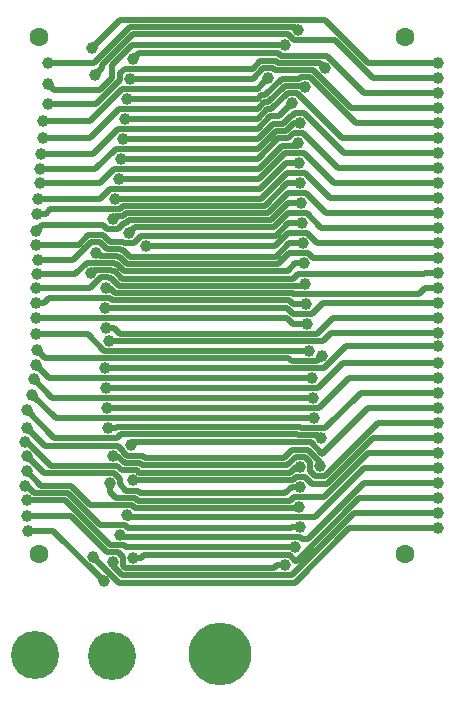
<source format=gbr>
G04 #@! TF.FileFunction,Copper,L2,Bot,Signal*
%FSLAX46Y46*%
G04 Gerber Fmt 4.6, Leading zero omitted, Abs format (unit mm)*
G04 Created by KiCad (PCBNEW 4.0.5) date 04/03/17 22:13:47*
%MOMM*%
%LPD*%
G01*
G04 APERTURE LIST*
%ADD10C,0.100000*%
%ADD11C,1.600000*%
%ADD12C,4.064000*%
%ADD13C,5.300000*%
%ADD14C,1.000000*%
%ADD15C,0.500000*%
G04 APERTURE END LIST*
D10*
D11*
X93250000Y-123180000D03*
X93250000Y-79390000D03*
X124250000Y-123180000D03*
X124250000Y-79390000D03*
D12*
X92900000Y-131750000D03*
X99400000Y-131800000D03*
D13*
X108600000Y-131650000D03*
D14*
X97700000Y-80350000D03*
X127000000Y-81600000D03*
X98000000Y-82600000D03*
X127000000Y-82870000D03*
X115147299Y-78781280D03*
X94000000Y-81600000D03*
X101209618Y-81238106D03*
X127000000Y-84140000D03*
X114078544Y-80130656D03*
X94000000Y-83400000D03*
X100947924Y-82938117D03*
X127000000Y-85410000D03*
X117452232Y-81997768D03*
X94000000Y-85100000D03*
X100692567Y-84638128D03*
X127000000Y-86680000D03*
X112642028Y-82919017D03*
X93600000Y-86500000D03*
X100503677Y-86338139D03*
X127000000Y-87950000D03*
X115804443Y-83658623D03*
X93600000Y-88000000D03*
X100349031Y-88038150D03*
X127000000Y-89220000D03*
X114701976Y-85016256D03*
X93400000Y-89300000D03*
X100171879Y-89738161D03*
X127000000Y-90490000D03*
X115322893Y-86689171D03*
X93300000Y-90600000D03*
X100049709Y-91438172D03*
X127000000Y-91760000D03*
X115212290Y-88389183D03*
X93300000Y-91800000D03*
X99709905Y-93138183D03*
X127000000Y-93030000D03*
X115298813Y-90089195D03*
X93200000Y-93100000D03*
X99533375Y-94838194D03*
X127000000Y-94300000D03*
X115368349Y-91789207D03*
X93100000Y-94400000D03*
X100858597Y-96002555D03*
X127000000Y-95570000D03*
X115477841Y-93489218D03*
X93000000Y-95800000D03*
X102276701Y-97149989D03*
X127000000Y-96840000D03*
X115515653Y-95189230D03*
X93000000Y-97000000D03*
X98047304Y-97659935D03*
X127000000Y-98110000D03*
X115568653Y-96889242D03*
X93200000Y-98300000D03*
X97695274Y-99359947D03*
X127000000Y-99380000D03*
X115653238Y-98589253D03*
X93100000Y-99500000D03*
X98890614Y-100641170D03*
X127000000Y-100650000D03*
X115770572Y-100289264D03*
X93000001Y-100699999D03*
X98800000Y-102341181D03*
X127000000Y-101920000D03*
X115874875Y-101989276D03*
X93000000Y-101900000D03*
X98891991Y-104041192D03*
X127000000Y-103190000D03*
X115948840Y-103689287D03*
X93000000Y-103200000D03*
X99139750Y-105112939D03*
X127000000Y-104449977D03*
X116098504Y-105989309D03*
X93000000Y-104600000D03*
X98800000Y-107412961D03*
X127000000Y-105549990D03*
X117176381Y-106430928D03*
X93100000Y-105900000D03*
X98900000Y-109112972D03*
X127000000Y-107000000D03*
X116381126Y-108289332D03*
X93000000Y-107200000D03*
X99000000Y-110812983D03*
X127000000Y-108270000D03*
X116453058Y-109989344D03*
X92800000Y-108400000D03*
X99100317Y-112512994D03*
X127000000Y-109540000D03*
X116519396Y-111689355D03*
X92700000Y-109700000D03*
X101022118Y-113931395D03*
X127000000Y-110810000D03*
X117089277Y-113375643D03*
X92200000Y-111000000D03*
X99534894Y-114901950D03*
X127000000Y-112080000D03*
X117048185Y-115745025D03*
X92200000Y-112500000D03*
X101170315Y-116960628D03*
X127000000Y-113350000D03*
X115345859Y-115789411D03*
X92100000Y-113700000D03*
X99230692Y-117201972D03*
X127000000Y-114620000D03*
X115386220Y-117489423D03*
X92200000Y-114900000D03*
X100701633Y-119860662D03*
X127000000Y-115890000D03*
X115274808Y-119189435D03*
X92200000Y-116200000D03*
X100128374Y-121544455D03*
X127000000Y-117160000D03*
X115391274Y-120889447D03*
X92100000Y-117400000D03*
X101196586Y-123499969D03*
X127000000Y-118430000D03*
X114948032Y-122588729D03*
X92200000Y-118600000D03*
X99496574Y-123844478D03*
X127000000Y-119700000D03*
X114074580Y-124149979D03*
X92200000Y-120000000D03*
X97850000Y-123400000D03*
X127000000Y-120970000D03*
X98723952Y-125476048D03*
X92300000Y-121200000D03*
D15*
X117454222Y-77931279D02*
X121122943Y-81600000D01*
X97700000Y-80350000D02*
X100099998Y-77950002D01*
X114720575Y-77950002D02*
X114739298Y-77931279D01*
X121122943Y-81600000D02*
X125950000Y-81600000D01*
X100099998Y-77950002D02*
X114720575Y-77950002D01*
X114739298Y-77931279D02*
X117454222Y-77931279D01*
X125950000Y-81600000D02*
X127000000Y-81600000D01*
X98600000Y-81797084D02*
X98600000Y-82000000D01*
X98600000Y-82000000D02*
X98000000Y-82600000D01*
X114313944Y-79150022D02*
X101247062Y-79150022D01*
X127000000Y-82870000D02*
X121544401Y-82870000D01*
X121544401Y-82870000D02*
X118324413Y-79650012D01*
X114813934Y-79650012D02*
X114313944Y-79150022D01*
X101247062Y-79150022D02*
X98600000Y-81797084D01*
X118324413Y-79650012D02*
X114813934Y-79650012D01*
X97948542Y-81600000D02*
X100998532Y-78550010D01*
X94000000Y-81600000D02*
X97948542Y-81600000D01*
X114916029Y-78550010D02*
X115147299Y-78781280D01*
X100998532Y-78550010D02*
X114916029Y-78550010D01*
X120805258Y-84140000D02*
X117673846Y-81008588D01*
X113729614Y-81008588D02*
X113459133Y-80738107D01*
X117673846Y-81008588D02*
X113729614Y-81008588D01*
X127000000Y-84140000D02*
X120805258Y-84140000D01*
X101709617Y-80738107D02*
X101209618Y-81238106D01*
X113459133Y-80738107D02*
X101709617Y-80738107D01*
X94499999Y-83899999D02*
X98440243Y-83899999D01*
X94000000Y-83400000D02*
X94499999Y-83899999D01*
X99455080Y-82885162D02*
X99455080Y-81790546D01*
X98440243Y-83899999D02*
X99455080Y-82885162D01*
X113371438Y-80130656D02*
X114078544Y-80130656D01*
X101114970Y-80130656D02*
X113371438Y-80130656D01*
X99455080Y-81790546D02*
X101114970Y-80130656D01*
X115124304Y-82232215D02*
X113213230Y-82232215D01*
X101655030Y-82938117D02*
X100947924Y-82938117D01*
X127000000Y-85410000D02*
X119662367Y-85410000D01*
X113050030Y-82069015D02*
X112234026Y-82069015D01*
X112234026Y-82069015D02*
X111364924Y-82938117D01*
X119662367Y-85410000D02*
X116460977Y-82208610D01*
X111364924Y-82938117D02*
X101655030Y-82938117D01*
X115147909Y-82208610D02*
X115124304Y-82232215D01*
X113213230Y-82232215D02*
X113050030Y-82069015D01*
X116460977Y-82208610D02*
X115147909Y-82208610D01*
X94000000Y-85100000D02*
X98090796Y-85100000D01*
X113481082Y-81608599D02*
X117063063Y-81608599D01*
X111985494Y-81469004D02*
X113341487Y-81469004D01*
X117063063Y-81608599D02*
X117452232Y-81997768D01*
X111366391Y-82088107D02*
X111985494Y-81469004D01*
X100506459Y-82088107D02*
X111366391Y-82088107D01*
X100095763Y-82498803D02*
X100506459Y-82088107D01*
X100095763Y-83095033D02*
X100095763Y-82498803D01*
X98090796Y-85100000D02*
X100095763Y-83095033D01*
X113341487Y-81469004D02*
X113481082Y-81608599D01*
X115396441Y-82808621D02*
X115238830Y-82966232D01*
X127000000Y-86680000D02*
X120083824Y-86680000D01*
X113796910Y-82966232D02*
X112422583Y-84340559D01*
X101399673Y-84638128D02*
X100692567Y-84638128D01*
X111773865Y-84638128D02*
X101399673Y-84638128D01*
X116212445Y-82808621D02*
X115396441Y-82808621D01*
X112422583Y-84340559D02*
X112071434Y-84340559D01*
X115238830Y-82966232D02*
X113796910Y-82966232D01*
X120083824Y-86680000D02*
X116212445Y-82808621D01*
X112071434Y-84340559D02*
X111773865Y-84638128D01*
X93600000Y-86500000D02*
X97539339Y-86500000D01*
X112142029Y-83419016D02*
X112642028Y-82919017D01*
X111772927Y-83788118D02*
X112142029Y-83419016D01*
X100251221Y-83788118D02*
X111772927Y-83788118D01*
X97539339Y-86500000D02*
X100251221Y-83788118D01*
X118893724Y-87950000D02*
X115109978Y-84166254D01*
X114293974Y-84166254D02*
X112919647Y-85540581D01*
X101210783Y-86338139D02*
X100503677Y-86338139D01*
X111770940Y-86338139D02*
X101210783Y-86338139D01*
X112568498Y-85540581D02*
X111770940Y-86338139D01*
X115109978Y-84166254D02*
X114293974Y-84166254D01*
X112919647Y-85540581D02*
X112568498Y-85540581D01*
X127000000Y-87950000D02*
X118893724Y-87950000D01*
X93600000Y-88000000D02*
X97552501Y-88000000D01*
X112319966Y-84940570D02*
X112671115Y-84940570D01*
X112671115Y-84940570D02*
X114045442Y-83566243D01*
X114045442Y-83566243D02*
X115712063Y-83566243D01*
X111772407Y-85488129D02*
X112319966Y-84940570D01*
X97552501Y-88000000D02*
X100064372Y-85488129D01*
X100064372Y-85488129D02*
X111772407Y-85488129D01*
X115712063Y-83566243D02*
X115804443Y-83658623D01*
X114914891Y-85839169D02*
X114664900Y-86089160D01*
X115730895Y-85839169D02*
X114914891Y-85839169D01*
X101056137Y-88038150D02*
X100349031Y-88038150D01*
X113905780Y-86740603D02*
X113065562Y-86740603D01*
X114557223Y-86089160D02*
X113905780Y-86740603D01*
X119111726Y-89220000D02*
X115730895Y-85839169D01*
X113065562Y-86740603D02*
X111768015Y-88038150D01*
X127000000Y-89220000D02*
X119111726Y-89220000D01*
X111768015Y-88038150D02*
X101056137Y-88038150D01*
X114664900Y-86089160D02*
X114557223Y-86089160D01*
X113577640Y-86140592D02*
X114201977Y-85516255D01*
X114201977Y-85516255D02*
X114701976Y-85016256D01*
X112817030Y-86140592D02*
X113577640Y-86140592D01*
X111769482Y-87188140D02*
X112817030Y-86140592D01*
X97797866Y-89300000D02*
X99909726Y-87188140D01*
X99909726Y-87188140D02*
X111769482Y-87188140D01*
X93400000Y-89300000D02*
X97797866Y-89300000D01*
X118571111Y-90490000D02*
X115620292Y-87539181D01*
X113526153Y-87977098D02*
X111765090Y-89738161D01*
X127000000Y-90490000D02*
X118571111Y-90490000D01*
X100878985Y-89738161D02*
X100171879Y-89738161D01*
X115620292Y-87539181D02*
X114804288Y-87539181D01*
X111765090Y-89738161D02*
X100878985Y-89738161D01*
X114804288Y-87539181D02*
X114366371Y-87977098D01*
X114366371Y-87977098D02*
X113526153Y-87977098D01*
X111766557Y-88888151D02*
X113314094Y-87340614D01*
X93300000Y-90600000D02*
X98020725Y-90600000D01*
X98020725Y-90600000D02*
X99732574Y-88888151D01*
X113314094Y-87340614D02*
X114154313Y-87340614D01*
X99732574Y-88888151D02*
X111766557Y-88888151D01*
X114154313Y-87340614D02*
X114805756Y-86689171D01*
X114805756Y-86689171D02*
X115322893Y-86689171D01*
X118227622Y-91760000D02*
X115706815Y-89239193D01*
X127000000Y-91760000D02*
X118227622Y-91760000D01*
X115706815Y-89239193D02*
X114067841Y-89239193D01*
X100756815Y-91438172D02*
X100049709Y-91438172D01*
X114067841Y-89239193D02*
X111868862Y-91438172D01*
X111868862Y-91438172D02*
X100756815Y-91438172D01*
X98398566Y-91800000D02*
X99610404Y-90588162D01*
X114990229Y-88611244D02*
X115212290Y-88389183D01*
X113847247Y-88611244D02*
X114990229Y-88611244D01*
X111870329Y-90588162D02*
X113847247Y-88611244D01*
X93300000Y-91800000D02*
X98398566Y-91800000D01*
X99610404Y-90588162D02*
X111870329Y-90588162D01*
X115776351Y-90939205D02*
X114226878Y-90939205D01*
X114226878Y-90939205D02*
X112066116Y-93099967D01*
X112066116Y-93099967D02*
X99748121Y-93099967D01*
X117867146Y-93030000D02*
X115776351Y-90939205D01*
X99748121Y-93099967D02*
X99709905Y-93138183D01*
X127000000Y-93030000D02*
X117867146Y-93030000D01*
X114176648Y-90089195D02*
X114591707Y-90089195D01*
X114591707Y-90089195D02*
X115298813Y-90089195D01*
X93200000Y-93100000D02*
X98456691Y-93100000D01*
X111977670Y-92288173D02*
X114176648Y-90089195D01*
X99268518Y-92288173D02*
X111977670Y-92288173D01*
X98456691Y-93100000D02*
X99268518Y-92288173D01*
X127000000Y-94300000D02*
X117546625Y-94300000D01*
X115885842Y-92639217D02*
X114332759Y-92639217D01*
X100654644Y-94299989D02*
X100366438Y-94588195D01*
X100366438Y-94588195D02*
X99783374Y-94588195D01*
X117546625Y-94300000D02*
X115885842Y-92639217D01*
X114332759Y-92639217D02*
X112671987Y-94299989D01*
X112671987Y-94299989D02*
X100654644Y-94299989D01*
X99783374Y-94588195D02*
X99533375Y-94838194D01*
X93807106Y-94400000D02*
X94218922Y-93988184D01*
X100117906Y-93988184D02*
X100406112Y-93699978D01*
X114661243Y-91789207D02*
X115368349Y-91789207D01*
X94218922Y-93988184D02*
X100117906Y-93988184D01*
X93100000Y-94400000D02*
X93807106Y-94400000D01*
X112371759Y-93699978D02*
X114282530Y-91789207D01*
X114282530Y-91789207D02*
X114661243Y-91789207D01*
X100406112Y-93699978D02*
X112371759Y-93699978D01*
X127000000Y-95570000D02*
X117154427Y-95570000D01*
X114335344Y-94339228D02*
X113172016Y-95502556D01*
X113172016Y-95502556D02*
X101358596Y-95502556D01*
X117154427Y-95570000D02*
X115923655Y-94339228D01*
X101358596Y-95502556D02*
X100858597Y-96002555D01*
X115923655Y-94339228D02*
X114335344Y-94339228D01*
X100903176Y-94900000D02*
X112926029Y-94900000D01*
X93499999Y-95300001D02*
X98642460Y-95300001D01*
X98642460Y-95300001D02*
X99030655Y-95688196D01*
X99941377Y-95688196D02*
X100441367Y-95188206D01*
X114770735Y-93489218D02*
X115477841Y-93489218D01*
X112926029Y-94900000D02*
X114336811Y-93489218D01*
X100614970Y-95188206D02*
X100903176Y-94900000D01*
X99030655Y-95688196D02*
X99941377Y-95688196D01*
X93000000Y-95800000D02*
X93499999Y-95300001D01*
X114336811Y-93489218D02*
X114770735Y-93489218D01*
X100441367Y-95188206D02*
X100614970Y-95188206D01*
X114361422Y-96039240D02*
X113250673Y-97149989D01*
X113250673Y-97149989D02*
X102983807Y-97149989D01*
X115976655Y-96039240D02*
X114361422Y-96039240D01*
X116777415Y-96840000D02*
X115976655Y-96039240D01*
X127000000Y-96840000D02*
X116777415Y-96840000D01*
X102983807Y-97149989D02*
X102276701Y-97149989D01*
X101316130Y-96852556D02*
X101928697Y-96239989D01*
X93000000Y-97000000D02*
X96600692Y-97000000D01*
X114808547Y-95189230D02*
X115515653Y-95189230D01*
X100450596Y-96852556D02*
X101316130Y-96852556D01*
X100361948Y-96763908D02*
X100450596Y-96852556D01*
X114362889Y-95189230D02*
X114808547Y-95189230D01*
X113312130Y-96239989D02*
X114362889Y-95189230D01*
X101928697Y-96239989D02*
X113312130Y-96239989D01*
X99257824Y-96763908D02*
X100361948Y-96763908D01*
X97390770Y-96209922D02*
X98703838Y-96209922D01*
X98703838Y-96209922D02*
X99257824Y-96763908D01*
X96600692Y-97000000D02*
X97390770Y-96209922D01*
X98405804Y-97963930D02*
X98101809Y-97659935D01*
X116431987Y-98110000D02*
X116061239Y-97739252D01*
X98101809Y-97659935D02*
X98047304Y-97659935D01*
X99953532Y-98052578D02*
X99864884Y-97963930D01*
X99864884Y-97963930D02*
X98405804Y-97963930D01*
X100143600Y-98052578D02*
X99953532Y-98052578D01*
X100691031Y-98600010D02*
X100143600Y-98052578D01*
X116061239Y-97739252D02*
X114389741Y-97739252D01*
X127000000Y-98110000D02*
X116431987Y-98110000D01*
X114389741Y-97739252D02*
X113528983Y-98600010D01*
X113528983Y-98600010D02*
X100691031Y-98600010D01*
X93200000Y-98300000D02*
X96149235Y-98300000D01*
X98437300Y-96809933D02*
X98991286Y-97363919D01*
X100939563Y-97999999D02*
X113280451Y-97999999D01*
X100392132Y-97452567D02*
X100939563Y-97999999D01*
X114861547Y-96889242D02*
X115568653Y-96889242D01*
X113280451Y-97999999D02*
X114391208Y-96889242D01*
X100202064Y-97452567D02*
X100392132Y-97452567D01*
X100113416Y-97363919D02*
X100202064Y-97452567D01*
X96149235Y-98300000D02*
X97639302Y-96809933D01*
X98991286Y-97363919D02*
X100113416Y-97363919D01*
X114391208Y-96889242D02*
X114861547Y-96889242D01*
X97639302Y-96809933D02*
X98437300Y-96809933D01*
X99367820Y-99163952D02*
X97891269Y-99163952D01*
X97891269Y-99163952D02*
X97695274Y-99359947D01*
X99646536Y-99252600D02*
X99456468Y-99252600D01*
X100293549Y-99899613D02*
X99646536Y-99252600D01*
X115199480Y-99439263D02*
X114739130Y-99899613D01*
X116251367Y-99512057D02*
X116178573Y-99439263D01*
X114739130Y-99899613D02*
X100293549Y-99899613D01*
X116178573Y-99439263D02*
X115199480Y-99439263D01*
X125817943Y-99512057D02*
X116251367Y-99512057D01*
X125950000Y-99380000D02*
X125817943Y-99512057D01*
X99456468Y-99252600D02*
X99367820Y-99163952D01*
X127000000Y-99380000D02*
X125950000Y-99380000D01*
X98157272Y-98563941D02*
X99616352Y-98563941D01*
X114946132Y-98589253D02*
X115653238Y-98589253D01*
X99705000Y-98652589D02*
X99895068Y-98652589D01*
X114294694Y-99240691D02*
X114946132Y-98589253D01*
X100483170Y-99240691D02*
X114294694Y-99240691D01*
X97287272Y-98509945D02*
X98103276Y-98509945D01*
X99616352Y-98563941D02*
X99705000Y-98652589D01*
X93100000Y-99500000D02*
X96297217Y-99500000D01*
X96297217Y-99500000D02*
X97287272Y-98509945D01*
X99895068Y-98652589D02*
X100483170Y-99240691D01*
X98103276Y-98509945D02*
X98157272Y-98563941D01*
X116355671Y-101212068D02*
X116282877Y-101139274D01*
X125950000Y-100650000D02*
X125387932Y-101212068D01*
X99233741Y-100641170D02*
X98890614Y-100641170D01*
X116282877Y-101139274D02*
X114757181Y-101139274D01*
X125387932Y-101212068D02*
X116355671Y-101212068D01*
X114717895Y-101099988D02*
X99692559Y-101099988D01*
X127000000Y-100650000D02*
X125950000Y-100650000D01*
X114757181Y-101139274D02*
X114717895Y-101099988D01*
X99692559Y-101099988D02*
X99233741Y-100641170D01*
X93000001Y-100699999D02*
X97557318Y-100699999D01*
X99119288Y-99763963D02*
X99207936Y-99852611D01*
X99207936Y-99852611D02*
X99361992Y-99852611D01*
X97557318Y-100699999D02*
X98493354Y-99763963D01*
X115559859Y-100499977D02*
X115770572Y-100289264D01*
X100009358Y-100499977D02*
X115559859Y-100499977D01*
X99361992Y-99852611D02*
X100009358Y-100499977D01*
X98493354Y-99763963D02*
X99119288Y-99763963D01*
X127000000Y-101920000D02*
X117276127Y-101920000D01*
X99507106Y-102341181D02*
X98800000Y-102341181D01*
X114229952Y-102341181D02*
X99507106Y-102341181D01*
X114728057Y-102839286D02*
X114229952Y-102341181D01*
X117276127Y-101920000D02*
X116356841Y-102839286D01*
X116356841Y-102839286D02*
X114728057Y-102839286D01*
X114726589Y-101989276D02*
X115167769Y-101989276D01*
X114437573Y-101700260D02*
X114726589Y-101989276D01*
X93707106Y-101900000D02*
X94115935Y-101491171D01*
X99235199Y-101491171D02*
X99444288Y-101700260D01*
X115167769Y-101989276D02*
X115874875Y-101989276D01*
X93000000Y-101900000D02*
X93707106Y-101900000D01*
X94115935Y-101491171D02*
X99235199Y-101491171D01*
X99444288Y-101700260D02*
X114437573Y-101700260D01*
X127000000Y-103190000D02*
X118104334Y-103190000D01*
X118104334Y-103190000D02*
X116755037Y-104539297D01*
X116755037Y-104539297D02*
X100097202Y-104539297D01*
X99599097Y-104041192D02*
X98891991Y-104041192D01*
X100097202Y-104539297D02*
X99599097Y-104041192D01*
X115241734Y-103689287D02*
X115948840Y-103689287D01*
X114231409Y-103191182D02*
X114729514Y-103689287D01*
X93707106Y-103200000D02*
X93715924Y-103191182D01*
X93000000Y-103200000D02*
X93707106Y-103200000D01*
X93715924Y-103191182D02*
X114231409Y-103191182D01*
X114729514Y-103689287D02*
X115241734Y-103689287D01*
X99846856Y-105112939D02*
X99139750Y-105112939D01*
X99873225Y-105139308D02*
X99846856Y-105112939D01*
X117951750Y-104449977D02*
X117262419Y-105139308D01*
X127000000Y-104449977D02*
X117951750Y-104449977D01*
X117262419Y-105139308D02*
X99873225Y-105139308D01*
X98731749Y-105962940D02*
X115365029Y-105962940D01*
X115391398Y-105989309D02*
X116098504Y-105989309D01*
X115365029Y-105962940D02*
X115391398Y-105989309D01*
X93000000Y-104600000D02*
X97368809Y-104600000D01*
X97368809Y-104600000D02*
X98731749Y-105962940D01*
X99533475Y-107439330D02*
X99507106Y-107412961D01*
X119275821Y-105549990D02*
X117386481Y-107439330D01*
X127000000Y-105549990D02*
X119275821Y-105549990D01*
X117386481Y-107439330D02*
X99533475Y-107439330D01*
X99507106Y-107412961D02*
X98800000Y-107412961D01*
X93762951Y-106562951D02*
X114361818Y-106562951D01*
X114638186Y-106839319D02*
X116767990Y-106839319D01*
X114361818Y-106562951D02*
X114638186Y-106839319D01*
X116767990Y-106839319D02*
X117176381Y-106430928D01*
X93100000Y-105900000D02*
X93762951Y-106562951D01*
X119000402Y-107000000D02*
X116861060Y-109139342D01*
X99633476Y-109139342D02*
X99607106Y-109112972D01*
X116861060Y-109139342D02*
X99633476Y-109139342D01*
X127000000Y-107000000D02*
X119000402Y-107000000D01*
X99607106Y-109112972D02*
X98900000Y-109112972D01*
X115647650Y-108262962D02*
X115674020Y-108289332D01*
X93000000Y-107200000D02*
X94062962Y-108262962D01*
X115674020Y-108289332D02*
X116381126Y-108289332D01*
X94062962Y-108262962D02*
X115647650Y-108262962D01*
X99707106Y-110812983D02*
X99000000Y-110812983D01*
X99733477Y-110839354D02*
X99707106Y-110812983D01*
X119496751Y-108270000D02*
X116927397Y-110839354D01*
X127000000Y-108270000D02*
X119496751Y-108270000D01*
X116927397Y-110839354D02*
X99733477Y-110839354D01*
X115745952Y-109989344D02*
X116453058Y-109989344D01*
X94362973Y-109962973D02*
X115719581Y-109962973D01*
X92800000Y-108400000D02*
X94362973Y-109962973D01*
X115719581Y-109962973D02*
X115745952Y-109989344D01*
X115331586Y-112450024D02*
X99870393Y-112450024D01*
X117497279Y-112525641D02*
X116681275Y-112525641D01*
X116667551Y-112539365D02*
X115420927Y-112539365D01*
X99807423Y-112512994D02*
X99100317Y-112512994D01*
X99870393Y-112450024D02*
X99807423Y-112512994D01*
X116681275Y-112525641D02*
X116667551Y-112539365D01*
X127000000Y-109540000D02*
X120482921Y-109540000D01*
X115420927Y-112539365D02*
X115331586Y-112450024D01*
X120482921Y-109540000D02*
X117497279Y-112525641D01*
X115785919Y-111662984D02*
X115812290Y-111689355D01*
X94662984Y-111662984D02*
X115785919Y-111662984D01*
X92700000Y-109700000D02*
X94662984Y-111662984D01*
X115812290Y-111689355D02*
X116519396Y-111689355D01*
X116250925Y-113739387D02*
X101214126Y-113739387D01*
X117203612Y-114692074D02*
X116250925Y-113739387D01*
X101214126Y-113739387D02*
X101022118Y-113931395D01*
X121085696Y-110810000D02*
X117203612Y-114692074D01*
X127000000Y-110810000D02*
X121085696Y-110810000D01*
X115172395Y-113139376D02*
X116853010Y-113139376D01*
X116853010Y-113139376D02*
X117089277Y-113375643D01*
X94562995Y-113362995D02*
X99882162Y-113362995D01*
X92200000Y-111000000D02*
X94562995Y-113362995D01*
X115083054Y-113050035D02*
X115172395Y-113139376D01*
X100195122Y-113050035D02*
X115083054Y-113050035D01*
X99882162Y-113362995D02*
X100195122Y-113050035D01*
X114981144Y-114939409D02*
X114250183Y-115670370D01*
X127000000Y-112080000D02*
X121971214Y-112080000D01*
X100494422Y-115510615D02*
X99885757Y-114901950D01*
X114250183Y-115670370D02*
X101986604Y-115670370D01*
X115753861Y-114939409D02*
X114981144Y-114939409D01*
X116195861Y-115381409D02*
X115753861Y-114939409D01*
X116195861Y-116152857D02*
X116195861Y-115381409D01*
X121971214Y-112080000D02*
X117456187Y-116595027D01*
X101826849Y-115510615D02*
X100494422Y-115510615D01*
X99885757Y-114901950D02*
X99534894Y-114901950D01*
X116638031Y-116595027D02*
X116195861Y-116152857D01*
X117456187Y-116595027D02*
X116638031Y-116595027D01*
X101986604Y-115670370D02*
X101826849Y-115510615D01*
X102075381Y-114910604D02*
X102235136Y-115070359D01*
X99942896Y-114051948D02*
X100384896Y-114493948D01*
X116002393Y-114339398D02*
X117048185Y-115385190D01*
X102235136Y-115070359D02*
X113958364Y-115070359D01*
X100384896Y-114552545D02*
X100742954Y-114910604D01*
X93751948Y-114051948D02*
X99942896Y-114051948D01*
X114689325Y-114339398D02*
X116002393Y-114339398D01*
X92200000Y-112500000D02*
X93751948Y-114051948D01*
X100384896Y-114493948D02*
X100384896Y-114552545D01*
X117048185Y-115385190D02*
X117048185Y-115745025D01*
X100742954Y-114910604D02*
X102075381Y-114910604D01*
X113958364Y-115070359D02*
X114689325Y-114339398D01*
X101877421Y-116960628D02*
X101170315Y-116960628D01*
X114978218Y-116639421D02*
X114728227Y-116889412D01*
X115794222Y-116639421D02*
X114978218Y-116639421D01*
X117662782Y-117236975D02*
X116391776Y-117236975D01*
X127000000Y-113350000D02*
X121549757Y-113350000D01*
X121549757Y-113350000D02*
X117662782Y-117236975D01*
X116391776Y-117236975D02*
X115794222Y-116639421D01*
X114728227Y-116889412D02*
X101948637Y-116889412D01*
X101948637Y-116889412D02*
X101877421Y-116960628D01*
X92100000Y-113700000D02*
X92258004Y-113700000D01*
X99887225Y-115751960D02*
X100245891Y-116110626D01*
X101578317Y-116110626D02*
X101757092Y-116289401D01*
X114979685Y-115789411D02*
X115345859Y-115789411D01*
X101757092Y-116289401D02*
X114479695Y-116289401D01*
X94309964Y-115751960D02*
X99887225Y-115751960D01*
X92258004Y-113700000D02*
X94309964Y-115751960D01*
X114479695Y-116289401D02*
X114979685Y-115789411D01*
X100245891Y-116110626D02*
X101578317Y-116110626D01*
X114542379Y-118663860D02*
X101611378Y-118663860D01*
X99732263Y-118410649D02*
X99230692Y-117909078D01*
X99230692Y-117909078D02*
X99230692Y-117201972D01*
X121135905Y-114620000D02*
X117416472Y-118339433D01*
X127000000Y-114620000D02*
X121135905Y-114620000D01*
X101611378Y-118663860D02*
X101358167Y-118410649D01*
X101358167Y-118410649D02*
X99732263Y-118410649D01*
X114866806Y-118339433D02*
X114542379Y-118663860D01*
X117416472Y-118339433D02*
X114866806Y-118339433D01*
X114123847Y-118044690D02*
X114679114Y-117489423D01*
X101606699Y-117810638D02*
X101840751Y-118044690D01*
X100603540Y-117810638D02*
X101606699Y-117810638D01*
X100080693Y-116793971D02*
X100080693Y-117287791D01*
X93651971Y-116351971D02*
X99638693Y-116351971D01*
X92200000Y-114900000D02*
X93651971Y-116351971D01*
X99638693Y-116351971D02*
X100080693Y-116793971D01*
X100080693Y-117287791D02*
X100603540Y-117810638D01*
X101840751Y-118044690D02*
X114123847Y-118044690D01*
X114679114Y-117489423D02*
X115386220Y-117489423D01*
X101057340Y-119999945D02*
X100840916Y-119999945D01*
X100840916Y-119999945D02*
X100701633Y-119860662D01*
X120786762Y-115890000D02*
X116637317Y-120039445D01*
X127000000Y-115890000D02*
X120786762Y-115890000D01*
X116637317Y-120039445D02*
X101096840Y-120039445D01*
X101096840Y-120039445D02*
X101057340Y-119999945D01*
X101057340Y-119999945D02*
X100886548Y-120170737D01*
X95944147Y-117399978D02*
X97554829Y-119010660D01*
X92200000Y-116200000D02*
X93399978Y-117399978D01*
X97554829Y-119010660D02*
X101109635Y-119010660D01*
X93399978Y-117399978D02*
X95944147Y-117399978D01*
X115200372Y-119263871D02*
X115274808Y-119189435D01*
X101362846Y-119263871D02*
X115200372Y-119263871D01*
X101109635Y-119010660D02*
X101362846Y-119263871D01*
X100322646Y-121738727D02*
X100128374Y-121544455D01*
X115356034Y-121738727D02*
X100322646Y-121738727D01*
X116043362Y-121911011D02*
X115528318Y-121911011D01*
X127000000Y-117160000D02*
X120794373Y-117160000D01*
X115528318Y-121911011D02*
X115356034Y-121738727D01*
X120794373Y-117160000D02*
X116043362Y-121911011D01*
X114684168Y-120889447D02*
X115391274Y-120889447D01*
X92857993Y-117999989D02*
X95695616Y-117999989D01*
X98390080Y-120694453D02*
X100536376Y-120694453D01*
X114602592Y-120971023D02*
X114684168Y-120889447D01*
X100812946Y-120971023D02*
X114602592Y-120971023D01*
X100536376Y-120694453D02*
X100812946Y-120971023D01*
X92258004Y-117400000D02*
X92857993Y-117999989D01*
X92100000Y-117400000D02*
X92258004Y-117400000D01*
X95695616Y-117999989D02*
X98390080Y-120694453D01*
X101903692Y-123499969D02*
X101196586Y-123499969D01*
X102103684Y-123299977D02*
X101903692Y-123499969D01*
X114482582Y-123299977D02*
X102103684Y-123299977D01*
X120372916Y-118430000D02*
X115060939Y-123741977D01*
X114924582Y-123741977D02*
X114482582Y-123299977D01*
X115060939Y-123741977D02*
X114924582Y-123741977D01*
X127000000Y-118430000D02*
X120372916Y-118430000D01*
X114240926Y-122588729D02*
X114948032Y-122588729D01*
X100433110Y-122394465D02*
X100627374Y-122588729D01*
X99241551Y-122394465D02*
X100433110Y-122394465D01*
X95447086Y-118600000D02*
X99241551Y-122394465D01*
X92200000Y-118600000D02*
X95447086Y-118600000D01*
X100627374Y-122588729D02*
X114240926Y-122588729D01*
X114651468Y-124999989D02*
X100298531Y-124999989D01*
X100298531Y-124999989D02*
X99496574Y-124198032D01*
X119951457Y-119700000D02*
X114651468Y-124999989D01*
X127000000Y-119700000D02*
X119951457Y-119700000D01*
X99496574Y-124198032D02*
X99496574Y-123844478D01*
X113367474Y-124149979D02*
X114074580Y-124149979D01*
X113167474Y-124349979D02*
X113367474Y-124149979D01*
X100346576Y-124199492D02*
X100497063Y-124349979D01*
X100346576Y-123436476D02*
X100346576Y-124199492D01*
X98993019Y-122994476D02*
X99904576Y-122994476D01*
X99904576Y-122994476D02*
X100346576Y-123436476D01*
X95998543Y-120000000D02*
X98993019Y-122994476D01*
X92200000Y-120000000D02*
X95998543Y-120000000D01*
X100497063Y-124349979D02*
X113167474Y-124349979D01*
X114900000Y-125600000D02*
X100050000Y-125600000D01*
X100050000Y-125600000D02*
X97850000Y-123400000D01*
X119530000Y-120970000D02*
X114900000Y-125600000D01*
X121896231Y-120970000D02*
X119530000Y-120970000D01*
X127000000Y-120970000D02*
X121896231Y-120970000D01*
X98223953Y-124976049D02*
X98723952Y-125476048D01*
X94447904Y-121200000D02*
X98223953Y-124976049D01*
X92300000Y-121200000D02*
X94447904Y-121200000D01*
M02*

</source>
